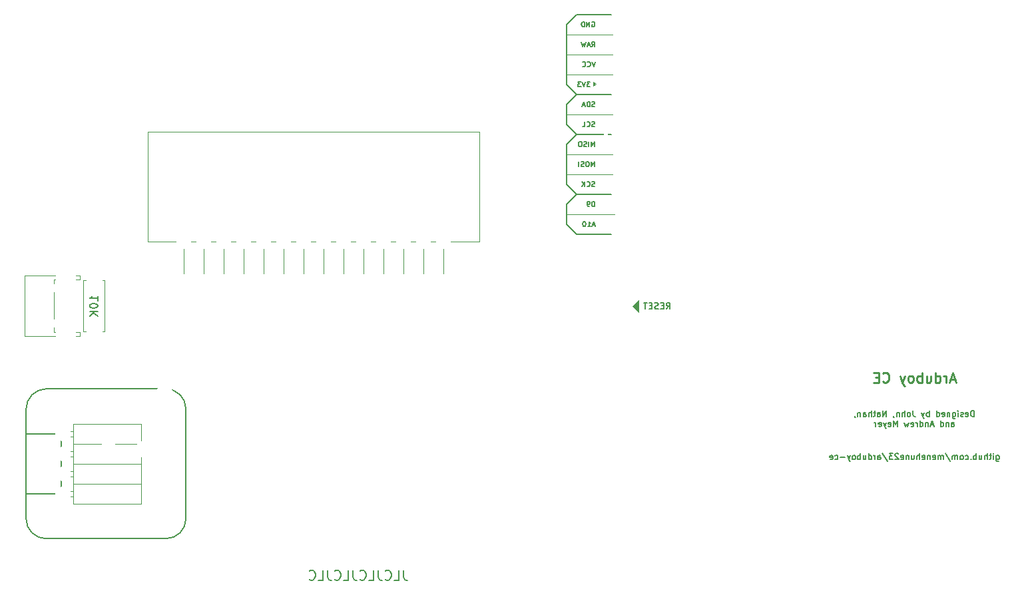
<source format=gbr>
G04 #@! TF.GenerationSoftware,KiCad,Pcbnew,(5.1.9-0-10_14)*
G04 #@! TF.CreationDate,2021-03-07T20:02:12-08:00*
G04 #@! TF.ProjectId,system,73797374-656d-42e6-9b69-6361645f7063,1.0-dev4*
G04 #@! TF.SameCoordinates,Original*
G04 #@! TF.FileFunction,Legend,Bot*
G04 #@! TF.FilePolarity,Positive*
%FSLAX46Y46*%
G04 Gerber Fmt 4.6, Leading zero omitted, Abs format (unit mm)*
G04 Created by KiCad (PCBNEW (5.1.9-0-10_14)) date 2021-03-07 20:02:12*
%MOMM*%
%LPD*%
G01*
G04 APERTURE LIST*
%ADD10C,0.200000*%
%ADD11C,0.254000*%
%ADD12C,0.127000*%
%ADD13C,0.150000*%
%ADD14C,0.100000*%
%ADD15C,0.120000*%
%ADD16O,1.801600X1.801600*%
%ADD17C,1.801600*%
%ADD18C,1.851600*%
%ADD19C,2.101600*%
%ADD20C,3.851600*%
%ADD21C,1.401600*%
%ADD22C,0.609600*%
%ADD23C,5.501599*%
%ADD24C,5.501600*%
%ADD25C,1.701600*%
%ADD26O,1.701600X1.701600*%
%ADD27C,1.625600*%
%ADD28C,2.201600*%
%ADD29C,1.621600*%
G04 APERTURE END LIST*
D10*
X151107238Y-151715476D02*
X151107238Y-152608333D01*
X151166761Y-152786904D01*
X151285809Y-152905952D01*
X151464380Y-152965476D01*
X151583428Y-152965476D01*
X149916761Y-152965476D02*
X150512000Y-152965476D01*
X150512000Y-151715476D01*
X148785809Y-152846428D02*
X148845333Y-152905952D01*
X149023904Y-152965476D01*
X149142952Y-152965476D01*
X149321523Y-152905952D01*
X149440571Y-152786904D01*
X149500095Y-152667857D01*
X149559619Y-152429761D01*
X149559619Y-152251190D01*
X149500095Y-152013095D01*
X149440571Y-151894047D01*
X149321523Y-151775000D01*
X149142952Y-151715476D01*
X149023904Y-151715476D01*
X148845333Y-151775000D01*
X148785809Y-151834523D01*
X147892952Y-151715476D02*
X147892952Y-152608333D01*
X147952476Y-152786904D01*
X148071523Y-152905952D01*
X148250095Y-152965476D01*
X148369142Y-152965476D01*
X146702476Y-152965476D02*
X147297714Y-152965476D01*
X147297714Y-151715476D01*
X145571523Y-152846428D02*
X145631047Y-152905952D01*
X145809619Y-152965476D01*
X145928666Y-152965476D01*
X146107238Y-152905952D01*
X146226285Y-152786904D01*
X146285809Y-152667857D01*
X146345333Y-152429761D01*
X146345333Y-152251190D01*
X146285809Y-152013095D01*
X146226285Y-151894047D01*
X146107238Y-151775000D01*
X145928666Y-151715476D01*
X145809619Y-151715476D01*
X145631047Y-151775000D01*
X145571523Y-151834523D01*
X144678666Y-151715476D02*
X144678666Y-152608333D01*
X144738190Y-152786904D01*
X144857238Y-152905952D01*
X145035809Y-152965476D01*
X145154857Y-152965476D01*
X143488190Y-152965476D02*
X144083428Y-152965476D01*
X144083428Y-151715476D01*
X142357238Y-152846428D02*
X142416761Y-152905952D01*
X142595333Y-152965476D01*
X142714380Y-152965476D01*
X142892952Y-152905952D01*
X143012000Y-152786904D01*
X143071523Y-152667857D01*
X143131047Y-152429761D01*
X143131047Y-152251190D01*
X143071523Y-152013095D01*
X143012000Y-151894047D01*
X142892952Y-151775000D01*
X142714380Y-151715476D01*
X142595333Y-151715476D01*
X142416761Y-151775000D01*
X142357238Y-151834523D01*
X141464380Y-151715476D02*
X141464380Y-152608333D01*
X141523904Y-152786904D01*
X141642952Y-152905952D01*
X141821523Y-152965476D01*
X141940571Y-152965476D01*
X140273904Y-152965476D02*
X140869142Y-152965476D01*
X140869142Y-151715476D01*
X139142952Y-152846428D02*
X139202476Y-152905952D01*
X139381047Y-152965476D01*
X139500095Y-152965476D01*
X139678666Y-152905952D01*
X139797714Y-152786904D01*
X139857238Y-152667857D01*
X139916761Y-152429761D01*
X139916761Y-152251190D01*
X139857238Y-152013095D01*
X139797714Y-151894047D01*
X139678666Y-151775000D01*
X139500095Y-151715476D01*
X139381047Y-151715476D01*
X139202476Y-151775000D01*
X139142952Y-151834523D01*
D11*
X221261214Y-127465666D02*
X220656452Y-127465666D01*
X221382166Y-127828523D02*
X220958833Y-126558523D01*
X220535500Y-127828523D01*
X220112166Y-127828523D02*
X220112166Y-126981857D01*
X220112166Y-127223761D02*
X220051690Y-127102809D01*
X219991214Y-127042333D01*
X219870261Y-126981857D01*
X219749309Y-126981857D01*
X218781690Y-127828523D02*
X218781690Y-126558523D01*
X218781690Y-127768047D02*
X218902642Y-127828523D01*
X219144547Y-127828523D01*
X219265500Y-127768047D01*
X219325976Y-127707571D01*
X219386452Y-127586619D01*
X219386452Y-127223761D01*
X219325976Y-127102809D01*
X219265500Y-127042333D01*
X219144547Y-126981857D01*
X218902642Y-126981857D01*
X218781690Y-127042333D01*
X217632642Y-126981857D02*
X217632642Y-127828523D01*
X218176928Y-126981857D02*
X218176928Y-127647095D01*
X218116452Y-127768047D01*
X217995500Y-127828523D01*
X217814071Y-127828523D01*
X217693119Y-127768047D01*
X217632642Y-127707571D01*
X217027880Y-127828523D02*
X217027880Y-126558523D01*
X217027880Y-127042333D02*
X216906928Y-126981857D01*
X216665023Y-126981857D01*
X216544071Y-127042333D01*
X216483595Y-127102809D01*
X216423119Y-127223761D01*
X216423119Y-127586619D01*
X216483595Y-127707571D01*
X216544071Y-127768047D01*
X216665023Y-127828523D01*
X216906928Y-127828523D01*
X217027880Y-127768047D01*
X215697404Y-127828523D02*
X215818357Y-127768047D01*
X215878833Y-127707571D01*
X215939309Y-127586619D01*
X215939309Y-127223761D01*
X215878833Y-127102809D01*
X215818357Y-127042333D01*
X215697404Y-126981857D01*
X215515976Y-126981857D01*
X215395023Y-127042333D01*
X215334547Y-127102809D01*
X215274071Y-127223761D01*
X215274071Y-127586619D01*
X215334547Y-127707571D01*
X215395023Y-127768047D01*
X215515976Y-127828523D01*
X215697404Y-127828523D01*
X214850738Y-126981857D02*
X214548357Y-127828523D01*
X214245976Y-126981857D02*
X214548357Y-127828523D01*
X214669309Y-128130904D01*
X214729785Y-128191380D01*
X214850738Y-128251857D01*
X212068833Y-127707571D02*
X212129309Y-127768047D01*
X212310738Y-127828523D01*
X212431690Y-127828523D01*
X212613119Y-127768047D01*
X212734071Y-127647095D01*
X212794547Y-127526142D01*
X212855023Y-127284238D01*
X212855023Y-127102809D01*
X212794547Y-126860904D01*
X212734071Y-126739952D01*
X212613119Y-126619000D01*
X212431690Y-126558523D01*
X212310738Y-126558523D01*
X212129309Y-126619000D01*
X212068833Y-126679476D01*
X211524547Y-127163285D02*
X211101214Y-127163285D01*
X210919785Y-127828523D02*
X211524547Y-127828523D01*
X211524547Y-126558523D01*
X210919785Y-126558523D01*
D12*
X223656071Y-132170714D02*
X223656071Y-131408714D01*
X223474642Y-131408714D01*
X223365785Y-131445000D01*
X223293214Y-131517571D01*
X223256928Y-131590142D01*
X223220642Y-131735285D01*
X223220642Y-131844142D01*
X223256928Y-131989285D01*
X223293214Y-132061857D01*
X223365785Y-132134428D01*
X223474642Y-132170714D01*
X223656071Y-132170714D01*
X222603785Y-132134428D02*
X222676357Y-132170714D01*
X222821500Y-132170714D01*
X222894071Y-132134428D01*
X222930357Y-132061857D01*
X222930357Y-131771571D01*
X222894071Y-131699000D01*
X222821500Y-131662714D01*
X222676357Y-131662714D01*
X222603785Y-131699000D01*
X222567500Y-131771571D01*
X222567500Y-131844142D01*
X222930357Y-131916714D01*
X222277214Y-132134428D02*
X222204642Y-132170714D01*
X222059500Y-132170714D01*
X221986928Y-132134428D01*
X221950642Y-132061857D01*
X221950642Y-132025571D01*
X221986928Y-131953000D01*
X222059500Y-131916714D01*
X222168357Y-131916714D01*
X222240928Y-131880428D01*
X222277214Y-131807857D01*
X222277214Y-131771571D01*
X222240928Y-131699000D01*
X222168357Y-131662714D01*
X222059500Y-131662714D01*
X221986928Y-131699000D01*
X221624071Y-132170714D02*
X221624071Y-131662714D01*
X221624071Y-131408714D02*
X221660357Y-131445000D01*
X221624071Y-131481285D01*
X221587785Y-131445000D01*
X221624071Y-131408714D01*
X221624071Y-131481285D01*
X220934642Y-131662714D02*
X220934642Y-132279571D01*
X220970928Y-132352142D01*
X221007214Y-132388428D01*
X221079785Y-132424714D01*
X221188642Y-132424714D01*
X221261214Y-132388428D01*
X220934642Y-132134428D02*
X221007214Y-132170714D01*
X221152357Y-132170714D01*
X221224928Y-132134428D01*
X221261214Y-132098142D01*
X221297500Y-132025571D01*
X221297500Y-131807857D01*
X221261214Y-131735285D01*
X221224928Y-131699000D01*
X221152357Y-131662714D01*
X221007214Y-131662714D01*
X220934642Y-131699000D01*
X220571785Y-131662714D02*
X220571785Y-132170714D01*
X220571785Y-131735285D02*
X220535500Y-131699000D01*
X220462928Y-131662714D01*
X220354071Y-131662714D01*
X220281500Y-131699000D01*
X220245214Y-131771571D01*
X220245214Y-132170714D01*
X219592071Y-132134428D02*
X219664642Y-132170714D01*
X219809785Y-132170714D01*
X219882357Y-132134428D01*
X219918642Y-132061857D01*
X219918642Y-131771571D01*
X219882357Y-131699000D01*
X219809785Y-131662714D01*
X219664642Y-131662714D01*
X219592071Y-131699000D01*
X219555785Y-131771571D01*
X219555785Y-131844142D01*
X219918642Y-131916714D01*
X218902642Y-132170714D02*
X218902642Y-131408714D01*
X218902642Y-132134428D02*
X218975214Y-132170714D01*
X219120357Y-132170714D01*
X219192928Y-132134428D01*
X219229214Y-132098142D01*
X219265500Y-132025571D01*
X219265500Y-131807857D01*
X219229214Y-131735285D01*
X219192928Y-131699000D01*
X219120357Y-131662714D01*
X218975214Y-131662714D01*
X218902642Y-131699000D01*
X217959214Y-132170714D02*
X217959214Y-131408714D01*
X217959214Y-131699000D02*
X217886642Y-131662714D01*
X217741500Y-131662714D01*
X217668928Y-131699000D01*
X217632642Y-131735285D01*
X217596357Y-131807857D01*
X217596357Y-132025571D01*
X217632642Y-132098142D01*
X217668928Y-132134428D01*
X217741500Y-132170714D01*
X217886642Y-132170714D01*
X217959214Y-132134428D01*
X217342357Y-131662714D02*
X217160928Y-132170714D01*
X216979500Y-131662714D02*
X217160928Y-132170714D01*
X217233500Y-132352142D01*
X217269785Y-132388428D01*
X217342357Y-132424714D01*
X215890928Y-131408714D02*
X215890928Y-131953000D01*
X215927214Y-132061857D01*
X215999785Y-132134428D01*
X216108642Y-132170714D01*
X216181214Y-132170714D01*
X215419214Y-132170714D02*
X215491785Y-132134428D01*
X215528071Y-132098142D01*
X215564357Y-132025571D01*
X215564357Y-131807857D01*
X215528071Y-131735285D01*
X215491785Y-131699000D01*
X215419214Y-131662714D01*
X215310357Y-131662714D01*
X215237785Y-131699000D01*
X215201500Y-131735285D01*
X215165214Y-131807857D01*
X215165214Y-132025571D01*
X215201500Y-132098142D01*
X215237785Y-132134428D01*
X215310357Y-132170714D01*
X215419214Y-132170714D01*
X214838642Y-132170714D02*
X214838642Y-131408714D01*
X214512071Y-132170714D02*
X214512071Y-131771571D01*
X214548357Y-131699000D01*
X214620928Y-131662714D01*
X214729785Y-131662714D01*
X214802357Y-131699000D01*
X214838642Y-131735285D01*
X214149214Y-131662714D02*
X214149214Y-132170714D01*
X214149214Y-131735285D02*
X214112928Y-131699000D01*
X214040357Y-131662714D01*
X213931500Y-131662714D01*
X213858928Y-131699000D01*
X213822642Y-131771571D01*
X213822642Y-132170714D01*
X213423500Y-132134428D02*
X213423500Y-132170714D01*
X213459785Y-132243285D01*
X213496071Y-132279571D01*
X212516357Y-132170714D02*
X212516357Y-131408714D01*
X212080928Y-132170714D01*
X212080928Y-131408714D01*
X211391500Y-132170714D02*
X211391500Y-131771571D01*
X211427785Y-131699000D01*
X211500357Y-131662714D01*
X211645500Y-131662714D01*
X211718071Y-131699000D01*
X211391500Y-132134428D02*
X211464071Y-132170714D01*
X211645500Y-132170714D01*
X211718071Y-132134428D01*
X211754357Y-132061857D01*
X211754357Y-131989285D01*
X211718071Y-131916714D01*
X211645500Y-131880428D01*
X211464071Y-131880428D01*
X211391500Y-131844142D01*
X211137500Y-131662714D02*
X210847214Y-131662714D01*
X211028642Y-131408714D02*
X211028642Y-132061857D01*
X210992357Y-132134428D01*
X210919785Y-132170714D01*
X210847214Y-132170714D01*
X210593214Y-132170714D02*
X210593214Y-131408714D01*
X210266642Y-132170714D02*
X210266642Y-131771571D01*
X210302928Y-131699000D01*
X210375500Y-131662714D01*
X210484357Y-131662714D01*
X210556928Y-131699000D01*
X210593214Y-131735285D01*
X209577214Y-132170714D02*
X209577214Y-131771571D01*
X209613500Y-131699000D01*
X209686071Y-131662714D01*
X209831214Y-131662714D01*
X209903785Y-131699000D01*
X209577214Y-132134428D02*
X209649785Y-132170714D01*
X209831214Y-132170714D01*
X209903785Y-132134428D01*
X209940071Y-132061857D01*
X209940071Y-131989285D01*
X209903785Y-131916714D01*
X209831214Y-131880428D01*
X209649785Y-131880428D01*
X209577214Y-131844142D01*
X209214357Y-131662714D02*
X209214357Y-132170714D01*
X209214357Y-131735285D02*
X209178071Y-131699000D01*
X209105500Y-131662714D01*
X208996642Y-131662714D01*
X208924071Y-131699000D01*
X208887785Y-131771571D01*
X208887785Y-132170714D01*
X208488642Y-132134428D02*
X208488642Y-132170714D01*
X208524928Y-132243285D01*
X208561214Y-132279571D01*
X220789500Y-133440714D02*
X220789500Y-133041571D01*
X220825785Y-132969000D01*
X220898357Y-132932714D01*
X221043500Y-132932714D01*
X221116071Y-132969000D01*
X220789500Y-133404428D02*
X220862071Y-133440714D01*
X221043500Y-133440714D01*
X221116071Y-133404428D01*
X221152357Y-133331857D01*
X221152357Y-133259285D01*
X221116071Y-133186714D01*
X221043500Y-133150428D01*
X220862071Y-133150428D01*
X220789500Y-133114142D01*
X220426642Y-132932714D02*
X220426642Y-133440714D01*
X220426642Y-133005285D02*
X220390357Y-132969000D01*
X220317785Y-132932714D01*
X220208928Y-132932714D01*
X220136357Y-132969000D01*
X220100071Y-133041571D01*
X220100071Y-133440714D01*
X219410642Y-133440714D02*
X219410642Y-132678714D01*
X219410642Y-133404428D02*
X219483214Y-133440714D01*
X219628357Y-133440714D01*
X219700928Y-133404428D01*
X219737214Y-133368142D01*
X219773500Y-133295571D01*
X219773500Y-133077857D01*
X219737214Y-133005285D01*
X219700928Y-132969000D01*
X219628357Y-132932714D01*
X219483214Y-132932714D01*
X219410642Y-132969000D01*
X218503500Y-133223000D02*
X218140642Y-133223000D01*
X218576071Y-133440714D02*
X218322071Y-132678714D01*
X218068071Y-133440714D01*
X217814071Y-132932714D02*
X217814071Y-133440714D01*
X217814071Y-133005285D02*
X217777785Y-132969000D01*
X217705214Y-132932714D01*
X217596357Y-132932714D01*
X217523785Y-132969000D01*
X217487500Y-133041571D01*
X217487500Y-133440714D01*
X216798071Y-133440714D02*
X216798071Y-132678714D01*
X216798071Y-133404428D02*
X216870642Y-133440714D01*
X217015785Y-133440714D01*
X217088357Y-133404428D01*
X217124642Y-133368142D01*
X217160928Y-133295571D01*
X217160928Y-133077857D01*
X217124642Y-133005285D01*
X217088357Y-132969000D01*
X217015785Y-132932714D01*
X216870642Y-132932714D01*
X216798071Y-132969000D01*
X216435214Y-133440714D02*
X216435214Y-132932714D01*
X216435214Y-133077857D02*
X216398928Y-133005285D01*
X216362642Y-132969000D01*
X216290071Y-132932714D01*
X216217500Y-132932714D01*
X215673214Y-133404428D02*
X215745785Y-133440714D01*
X215890928Y-133440714D01*
X215963500Y-133404428D01*
X215999785Y-133331857D01*
X215999785Y-133041571D01*
X215963500Y-132969000D01*
X215890928Y-132932714D01*
X215745785Y-132932714D01*
X215673214Y-132969000D01*
X215636928Y-133041571D01*
X215636928Y-133114142D01*
X215999785Y-133186714D01*
X215382928Y-132932714D02*
X215237785Y-133440714D01*
X215092642Y-133077857D01*
X214947500Y-133440714D01*
X214802357Y-132932714D01*
X213931500Y-133440714D02*
X213931500Y-132678714D01*
X213677500Y-133223000D01*
X213423500Y-132678714D01*
X213423500Y-133440714D01*
X212770357Y-133404428D02*
X212842928Y-133440714D01*
X212988071Y-133440714D01*
X213060642Y-133404428D01*
X213096928Y-133331857D01*
X213096928Y-133041571D01*
X213060642Y-132969000D01*
X212988071Y-132932714D01*
X212842928Y-132932714D01*
X212770357Y-132969000D01*
X212734071Y-133041571D01*
X212734071Y-133114142D01*
X213096928Y-133186714D01*
X212480071Y-132932714D02*
X212298642Y-133440714D01*
X212117214Y-132932714D02*
X212298642Y-133440714D01*
X212371214Y-133622142D01*
X212407500Y-133658428D01*
X212480071Y-133694714D01*
X211536642Y-133404428D02*
X211609214Y-133440714D01*
X211754357Y-133440714D01*
X211826928Y-133404428D01*
X211863214Y-133331857D01*
X211863214Y-133041571D01*
X211826928Y-132969000D01*
X211754357Y-132932714D01*
X211609214Y-132932714D01*
X211536642Y-132969000D01*
X211500357Y-133041571D01*
X211500357Y-133114142D01*
X211863214Y-133186714D01*
X211173785Y-133440714D02*
X211173785Y-132932714D01*
X211173785Y-133077857D02*
X211137500Y-133005285D01*
X211101214Y-132969000D01*
X211028642Y-132932714D01*
X210956071Y-132932714D01*
X226486357Y-137123714D02*
X226486357Y-137740571D01*
X226522642Y-137813142D01*
X226558928Y-137849428D01*
X226631500Y-137885714D01*
X226740357Y-137885714D01*
X226812928Y-137849428D01*
X226486357Y-137595428D02*
X226558928Y-137631714D01*
X226704071Y-137631714D01*
X226776642Y-137595428D01*
X226812928Y-137559142D01*
X226849214Y-137486571D01*
X226849214Y-137268857D01*
X226812928Y-137196285D01*
X226776642Y-137160000D01*
X226704071Y-137123714D01*
X226558928Y-137123714D01*
X226486357Y-137160000D01*
X226123500Y-137631714D02*
X226123500Y-137123714D01*
X226123500Y-136869714D02*
X226159785Y-136906000D01*
X226123500Y-136942285D01*
X226087214Y-136906000D01*
X226123500Y-136869714D01*
X226123500Y-136942285D01*
X225869500Y-137123714D02*
X225579214Y-137123714D01*
X225760642Y-136869714D02*
X225760642Y-137522857D01*
X225724357Y-137595428D01*
X225651785Y-137631714D01*
X225579214Y-137631714D01*
X225325214Y-137631714D02*
X225325214Y-136869714D01*
X224998642Y-137631714D02*
X224998642Y-137232571D01*
X225034928Y-137160000D01*
X225107500Y-137123714D01*
X225216357Y-137123714D01*
X225288928Y-137160000D01*
X225325214Y-137196285D01*
X224309214Y-137123714D02*
X224309214Y-137631714D01*
X224635785Y-137123714D02*
X224635785Y-137522857D01*
X224599500Y-137595428D01*
X224526928Y-137631714D01*
X224418071Y-137631714D01*
X224345500Y-137595428D01*
X224309214Y-137559142D01*
X223946357Y-137631714D02*
X223946357Y-136869714D01*
X223946357Y-137160000D02*
X223873785Y-137123714D01*
X223728642Y-137123714D01*
X223656071Y-137160000D01*
X223619785Y-137196285D01*
X223583500Y-137268857D01*
X223583500Y-137486571D01*
X223619785Y-137559142D01*
X223656071Y-137595428D01*
X223728642Y-137631714D01*
X223873785Y-137631714D01*
X223946357Y-137595428D01*
X223256928Y-137559142D02*
X223220642Y-137595428D01*
X223256928Y-137631714D01*
X223293214Y-137595428D01*
X223256928Y-137559142D01*
X223256928Y-137631714D01*
X222567500Y-137595428D02*
X222640071Y-137631714D01*
X222785214Y-137631714D01*
X222857785Y-137595428D01*
X222894071Y-137559142D01*
X222930357Y-137486571D01*
X222930357Y-137268857D01*
X222894071Y-137196285D01*
X222857785Y-137160000D01*
X222785214Y-137123714D01*
X222640071Y-137123714D01*
X222567500Y-137160000D01*
X222132071Y-137631714D02*
X222204642Y-137595428D01*
X222240928Y-137559142D01*
X222277214Y-137486571D01*
X222277214Y-137268857D01*
X222240928Y-137196285D01*
X222204642Y-137160000D01*
X222132071Y-137123714D01*
X222023214Y-137123714D01*
X221950642Y-137160000D01*
X221914357Y-137196285D01*
X221878071Y-137268857D01*
X221878071Y-137486571D01*
X221914357Y-137559142D01*
X221950642Y-137595428D01*
X222023214Y-137631714D01*
X222132071Y-137631714D01*
X221551500Y-137631714D02*
X221551500Y-137123714D01*
X221551500Y-137196285D02*
X221515214Y-137160000D01*
X221442642Y-137123714D01*
X221333785Y-137123714D01*
X221261214Y-137160000D01*
X221224928Y-137232571D01*
X221224928Y-137631714D01*
X221224928Y-137232571D02*
X221188642Y-137160000D01*
X221116071Y-137123714D01*
X221007214Y-137123714D01*
X220934642Y-137160000D01*
X220898357Y-137232571D01*
X220898357Y-137631714D01*
X219991214Y-136833428D02*
X220644357Y-137813142D01*
X219737214Y-137631714D02*
X219737214Y-137123714D01*
X219737214Y-137196285D02*
X219700928Y-137160000D01*
X219628357Y-137123714D01*
X219519500Y-137123714D01*
X219446928Y-137160000D01*
X219410642Y-137232571D01*
X219410642Y-137631714D01*
X219410642Y-137232571D02*
X219374357Y-137160000D01*
X219301785Y-137123714D01*
X219192928Y-137123714D01*
X219120357Y-137160000D01*
X219084071Y-137232571D01*
X219084071Y-137631714D01*
X218430928Y-137595428D02*
X218503500Y-137631714D01*
X218648642Y-137631714D01*
X218721214Y-137595428D01*
X218757500Y-137522857D01*
X218757500Y-137232571D01*
X218721214Y-137160000D01*
X218648642Y-137123714D01*
X218503500Y-137123714D01*
X218430928Y-137160000D01*
X218394642Y-137232571D01*
X218394642Y-137305142D01*
X218757500Y-137377714D01*
X218068071Y-137123714D02*
X218068071Y-137631714D01*
X218068071Y-137196285D02*
X218031785Y-137160000D01*
X217959214Y-137123714D01*
X217850357Y-137123714D01*
X217777785Y-137160000D01*
X217741500Y-137232571D01*
X217741500Y-137631714D01*
X217088357Y-137595428D02*
X217160928Y-137631714D01*
X217306071Y-137631714D01*
X217378642Y-137595428D01*
X217414928Y-137522857D01*
X217414928Y-137232571D01*
X217378642Y-137160000D01*
X217306071Y-137123714D01*
X217160928Y-137123714D01*
X217088357Y-137160000D01*
X217052071Y-137232571D01*
X217052071Y-137305142D01*
X217414928Y-137377714D01*
X216725500Y-137631714D02*
X216725500Y-136869714D01*
X216398928Y-137631714D02*
X216398928Y-137232571D01*
X216435214Y-137160000D01*
X216507785Y-137123714D01*
X216616642Y-137123714D01*
X216689214Y-137160000D01*
X216725500Y-137196285D01*
X215709500Y-137123714D02*
X215709500Y-137631714D01*
X216036071Y-137123714D02*
X216036071Y-137522857D01*
X215999785Y-137595428D01*
X215927214Y-137631714D01*
X215818357Y-137631714D01*
X215745785Y-137595428D01*
X215709500Y-137559142D01*
X215346642Y-137123714D02*
X215346642Y-137631714D01*
X215346642Y-137196285D02*
X215310357Y-137160000D01*
X215237785Y-137123714D01*
X215128928Y-137123714D01*
X215056357Y-137160000D01*
X215020071Y-137232571D01*
X215020071Y-137631714D01*
X214366928Y-137595428D02*
X214439500Y-137631714D01*
X214584642Y-137631714D01*
X214657214Y-137595428D01*
X214693500Y-137522857D01*
X214693500Y-137232571D01*
X214657214Y-137160000D01*
X214584642Y-137123714D01*
X214439500Y-137123714D01*
X214366928Y-137160000D01*
X214330642Y-137232571D01*
X214330642Y-137305142D01*
X214693500Y-137377714D01*
X214040357Y-136942285D02*
X214004071Y-136906000D01*
X213931500Y-136869714D01*
X213750071Y-136869714D01*
X213677500Y-136906000D01*
X213641214Y-136942285D01*
X213604928Y-137014857D01*
X213604928Y-137087428D01*
X213641214Y-137196285D01*
X214076642Y-137631714D01*
X213604928Y-137631714D01*
X213350928Y-136869714D02*
X212879214Y-136869714D01*
X213133214Y-137160000D01*
X213024357Y-137160000D01*
X212951785Y-137196285D01*
X212915500Y-137232571D01*
X212879214Y-137305142D01*
X212879214Y-137486571D01*
X212915500Y-137559142D01*
X212951785Y-137595428D01*
X213024357Y-137631714D01*
X213242071Y-137631714D01*
X213314642Y-137595428D01*
X213350928Y-137559142D01*
X212008357Y-136833428D02*
X212661500Y-137813142D01*
X211427785Y-137631714D02*
X211427785Y-137232571D01*
X211464071Y-137160000D01*
X211536642Y-137123714D01*
X211681785Y-137123714D01*
X211754357Y-137160000D01*
X211427785Y-137595428D02*
X211500357Y-137631714D01*
X211681785Y-137631714D01*
X211754357Y-137595428D01*
X211790642Y-137522857D01*
X211790642Y-137450285D01*
X211754357Y-137377714D01*
X211681785Y-137341428D01*
X211500357Y-137341428D01*
X211427785Y-137305142D01*
X211064928Y-137631714D02*
X211064928Y-137123714D01*
X211064928Y-137268857D02*
X211028642Y-137196285D01*
X210992357Y-137160000D01*
X210919785Y-137123714D01*
X210847214Y-137123714D01*
X210266642Y-137631714D02*
X210266642Y-136869714D01*
X210266642Y-137595428D02*
X210339214Y-137631714D01*
X210484357Y-137631714D01*
X210556928Y-137595428D01*
X210593214Y-137559142D01*
X210629500Y-137486571D01*
X210629500Y-137268857D01*
X210593214Y-137196285D01*
X210556928Y-137160000D01*
X210484357Y-137123714D01*
X210339214Y-137123714D01*
X210266642Y-137160000D01*
X209577214Y-137123714D02*
X209577214Y-137631714D01*
X209903785Y-137123714D02*
X209903785Y-137522857D01*
X209867500Y-137595428D01*
X209794928Y-137631714D01*
X209686071Y-137631714D01*
X209613500Y-137595428D01*
X209577214Y-137559142D01*
X209214357Y-137631714D02*
X209214357Y-136869714D01*
X209214357Y-137160000D02*
X209141785Y-137123714D01*
X208996642Y-137123714D01*
X208924071Y-137160000D01*
X208887785Y-137196285D01*
X208851500Y-137268857D01*
X208851500Y-137486571D01*
X208887785Y-137559142D01*
X208924071Y-137595428D01*
X208996642Y-137631714D01*
X209141785Y-137631714D01*
X209214357Y-137595428D01*
X208416071Y-137631714D02*
X208488642Y-137595428D01*
X208524928Y-137559142D01*
X208561214Y-137486571D01*
X208561214Y-137268857D01*
X208524928Y-137196285D01*
X208488642Y-137160000D01*
X208416071Y-137123714D01*
X208307214Y-137123714D01*
X208234642Y-137160000D01*
X208198357Y-137196285D01*
X208162071Y-137268857D01*
X208162071Y-137486571D01*
X208198357Y-137559142D01*
X208234642Y-137595428D01*
X208307214Y-137631714D01*
X208416071Y-137631714D01*
X207908071Y-137123714D02*
X207726642Y-137631714D01*
X207545214Y-137123714D02*
X207726642Y-137631714D01*
X207799214Y-137813142D01*
X207835500Y-137849428D01*
X207908071Y-137885714D01*
X207254928Y-137341428D02*
X206674357Y-137341428D01*
X205984928Y-137595428D02*
X206057500Y-137631714D01*
X206202642Y-137631714D01*
X206275214Y-137595428D01*
X206311500Y-137559142D01*
X206347785Y-137486571D01*
X206347785Y-137268857D01*
X206311500Y-137196285D01*
X206275214Y-137160000D01*
X206202642Y-137123714D01*
X206057500Y-137123714D01*
X205984928Y-137160000D01*
X205368071Y-137595428D02*
X205440642Y-137631714D01*
X205585785Y-137631714D01*
X205658357Y-137595428D01*
X205694642Y-137522857D01*
X205694642Y-137232571D01*
X205658357Y-137160000D01*
X205585785Y-137123714D01*
X205440642Y-137123714D01*
X205368071Y-137160000D01*
X205331785Y-137232571D01*
X205331785Y-137305142D01*
X205694642Y-137377714D01*
D13*
X184551928Y-118471904D02*
X184818595Y-118090952D01*
X185009071Y-118471904D02*
X185009071Y-117671904D01*
X184704309Y-117671904D01*
X184628119Y-117710000D01*
X184590023Y-117748095D01*
X184551928Y-117824285D01*
X184551928Y-117938571D01*
X184590023Y-118014761D01*
X184628119Y-118052857D01*
X184704309Y-118090952D01*
X185009071Y-118090952D01*
X184209071Y-118052857D02*
X183942404Y-118052857D01*
X183828119Y-118471904D02*
X184209071Y-118471904D01*
X184209071Y-117671904D01*
X183828119Y-117671904D01*
X183523357Y-118433809D02*
X183409071Y-118471904D01*
X183218595Y-118471904D01*
X183142404Y-118433809D01*
X183104309Y-118395714D01*
X183066214Y-118319523D01*
X183066214Y-118243333D01*
X183104309Y-118167142D01*
X183142404Y-118129047D01*
X183218595Y-118090952D01*
X183370976Y-118052857D01*
X183447166Y-118014761D01*
X183485261Y-117976666D01*
X183523357Y-117900476D01*
X183523357Y-117824285D01*
X183485261Y-117748095D01*
X183447166Y-117710000D01*
X183370976Y-117671904D01*
X183180500Y-117671904D01*
X183066214Y-117710000D01*
X182723357Y-118052857D02*
X182456690Y-118052857D01*
X182342404Y-118471904D02*
X182723357Y-118471904D01*
X182723357Y-117671904D01*
X182342404Y-117671904D01*
X182113833Y-117671904D02*
X181656690Y-117671904D01*
X181885261Y-118471904D02*
X181885261Y-117671904D01*
D14*
G36*
X181038500Y-118872000D02*
G01*
X180276500Y-118110000D01*
X181038500Y-117348000D01*
X181038500Y-118872000D01*
G37*
X181038500Y-118872000D02*
X180276500Y-118110000D01*
X181038500Y-117348000D01*
X181038500Y-118872000D01*
D15*
X117786000Y-135636000D02*
X109156000Y-135636000D01*
X109156000Y-134726000D02*
X108806000Y-134726000D01*
X109156000Y-134006000D02*
X108806000Y-134006000D01*
X109156000Y-136546000D02*
X108806000Y-136546000D01*
X109156000Y-137266000D02*
X108806000Y-137266000D01*
X117786000Y-133096000D02*
X109156000Y-133096000D01*
X109150000Y-143256000D02*
X109150000Y-133096000D01*
X117786000Y-138176000D02*
X109156000Y-138176000D01*
X117786000Y-140716000D02*
X109156000Y-140716000D01*
X117786000Y-143256000D02*
X109156000Y-143256000D01*
X109156000Y-139086000D02*
X108746000Y-139086000D01*
X109156000Y-139806000D02*
X108746000Y-139806000D01*
X109156000Y-141626000D02*
X108746000Y-141626000D01*
X109156000Y-142346000D02*
X108746000Y-142346000D01*
X117786000Y-143256000D02*
X117786000Y-133096000D01*
D14*
G36*
X175260000Y-90106500D02*
G01*
X175577500Y-89852500D01*
X175260000Y-89598500D01*
X175260000Y-90106500D01*
G37*
X175260000Y-90106500D02*
X175577500Y-89852500D01*
X175260000Y-89598500D01*
X175260000Y-90106500D01*
D13*
X173101000Y-81026000D02*
X177546000Y-81026000D01*
X171831000Y-89916000D02*
X171831000Y-82296000D01*
X173101000Y-81026000D02*
X171831000Y-82296000D01*
X173101000Y-108966000D02*
X171831000Y-107696000D01*
X173101000Y-103886000D02*
X171831000Y-105156000D01*
X173101000Y-103886000D02*
X177546000Y-103886000D01*
D14*
X171831000Y-86106000D02*
X177673000Y-86106000D01*
X171831000Y-88646000D02*
X177673000Y-88646000D01*
X171831000Y-93726000D02*
X177673000Y-93726000D01*
X171831000Y-98806000D02*
X177673000Y-98806000D01*
X171831000Y-101346000D02*
X177673000Y-101346000D01*
X171831000Y-106426000D02*
X177927000Y-106426000D01*
D13*
X173101000Y-91186000D02*
X171831000Y-89916000D01*
X173101000Y-91186000D02*
X171831000Y-92456000D01*
X171831000Y-94996000D02*
X171831000Y-92456000D01*
X173101000Y-91186000D02*
X177546000Y-91186000D01*
X173101000Y-96266000D02*
X171831000Y-94996000D01*
X173101000Y-96266000D02*
X177546000Y-96266000D01*
X173101000Y-96266000D02*
X171831000Y-97536000D01*
X173101000Y-103886000D02*
X171831000Y-102616000D01*
X171831000Y-102616000D02*
X171831000Y-97536000D01*
X171831000Y-107696000D02*
X171831000Y-105156000D01*
X173101000Y-108966000D02*
X177546000Y-108966000D01*
D14*
X171831000Y-83566000D02*
X177673000Y-83566000D01*
D15*
X160780000Y-95920000D02*
X118620000Y-95920000D01*
X118620000Y-109920000D02*
X118620000Y-95920000D01*
X123190000Y-115000000D02*
X123190000Y-109920000D01*
X125730000Y-115000000D02*
X125730000Y-109920000D01*
X128270000Y-115000000D02*
X128270000Y-109920000D01*
X130810000Y-115000000D02*
X130810000Y-109920000D01*
X133350000Y-115000000D02*
X133350000Y-109920000D01*
X135890000Y-115000000D02*
X135890000Y-109920000D01*
X138430000Y-115000000D02*
X138430000Y-109920000D01*
X140970000Y-115000000D02*
X140970000Y-109920000D01*
X143510000Y-115000000D02*
X143510000Y-109920000D01*
X146050000Y-115000000D02*
X146050000Y-109920000D01*
X148590000Y-115000000D02*
X148590000Y-109920000D01*
X151130000Y-115000000D02*
X151130000Y-109920000D01*
X153670000Y-115000000D02*
X153670000Y-109920000D01*
X156210000Y-115000000D02*
X156210000Y-109920000D01*
X160780000Y-109920000D02*
X118620000Y-109920000D01*
X160780000Y-109920000D02*
X160780000Y-95920000D01*
X113130000Y-121380000D02*
X112800000Y-121380000D01*
X113130000Y-114840000D02*
X113130000Y-121380000D01*
X112800000Y-114840000D02*
X113130000Y-114840000D01*
X110390000Y-121380000D02*
X110720000Y-121380000D01*
X110390000Y-114840000D02*
X110390000Y-121380000D01*
X110720000Y-114840000D02*
X110390000Y-114840000D01*
X106634000Y-116374000D02*
X106634000Y-119774000D01*
X106634000Y-114734000D02*
X106634000Y-115274000D01*
X109464000Y-121934000D02*
X109974000Y-121934000D01*
X109974000Y-121414000D02*
X109974000Y-121934000D01*
X109464000Y-121414000D02*
X109974000Y-121414000D01*
X106634000Y-120874000D02*
X106634000Y-121414000D01*
X109464000Y-114214000D02*
X109974000Y-114214000D01*
X109464000Y-114734000D02*
X109974000Y-114734000D01*
X106634000Y-121414000D02*
X106864000Y-121414000D01*
X102964000Y-114214000D02*
X106864000Y-114214000D01*
X109974000Y-114214000D02*
X109974000Y-114734000D01*
X102964000Y-121934000D02*
X106864000Y-121934000D01*
X102964000Y-114214000D02*
X102964000Y-121934000D01*
X106634000Y-114734000D02*
X106864000Y-114734000D01*
D13*
X107569000Y-134366000D02*
X103124000Y-134366000D01*
X107569000Y-141986000D02*
X107569000Y-134366000D01*
X103124000Y-141986000D02*
X107569000Y-141986000D01*
X120904000Y-147701000D02*
X105664000Y-147701000D01*
X120904000Y-128651000D02*
X105664000Y-128651000D01*
X103124000Y-145161000D02*
X103124000Y-131191000D01*
X123444000Y-145161000D02*
X123444000Y-131191000D01*
X120904000Y-147701000D02*
G75*
G03*
X123444000Y-145161000I0J2540000D01*
G01*
X103124000Y-145161000D02*
G75*
G03*
X105664000Y-147701000I2540000J0D01*
G01*
X105664000Y-128651000D02*
G75*
G03*
X103124000Y-131191000I0J-2540000D01*
G01*
X123444000Y-131191000D02*
G75*
G03*
X120904000Y-128651000I-2540000J0D01*
G01*
D12*
X175044402Y-85123261D02*
X175256069Y-84820880D01*
X175407259Y-85123261D02*
X175407259Y-84488261D01*
X175165354Y-84488261D01*
X175104878Y-84518500D01*
X175074640Y-84548738D01*
X175044402Y-84609214D01*
X175044402Y-84699928D01*
X175074640Y-84760404D01*
X175104878Y-84790642D01*
X175165354Y-84820880D01*
X175407259Y-84820880D01*
X174802497Y-84941833D02*
X174500116Y-84941833D01*
X174862973Y-85123261D02*
X174651307Y-84488261D01*
X174439640Y-85123261D01*
X174288450Y-84488261D02*
X174137259Y-85123261D01*
X174016307Y-84669690D01*
X173895354Y-85123261D01*
X173744164Y-84488261D01*
X175437497Y-107801833D02*
X175135116Y-107801833D01*
X175497973Y-107983261D02*
X175286307Y-107348261D01*
X175074640Y-107983261D01*
X174530354Y-107983261D02*
X174893211Y-107983261D01*
X174711783Y-107983261D02*
X174711783Y-107348261D01*
X174772259Y-107438976D01*
X174832735Y-107499452D01*
X174893211Y-107529690D01*
X174137259Y-107348261D02*
X174076783Y-107348261D01*
X174016307Y-107378500D01*
X173986069Y-107408738D01*
X173955830Y-107469214D01*
X173925592Y-107590166D01*
X173925592Y-107741357D01*
X173955830Y-107862309D01*
X173986069Y-107922785D01*
X174016307Y-107953023D01*
X174076783Y-107983261D01*
X174137259Y-107983261D01*
X174197735Y-107953023D01*
X174227973Y-107922785D01*
X174258211Y-107862309D01*
X174288450Y-107741357D01*
X174288450Y-107590166D01*
X174258211Y-107469214D01*
X174227973Y-107408738D01*
X174197735Y-107378500D01*
X174137259Y-107348261D01*
X175407259Y-105443261D02*
X175407259Y-104808261D01*
X175256069Y-104808261D01*
X175165354Y-104838500D01*
X175104878Y-104898976D01*
X175074640Y-104959452D01*
X175044402Y-105080404D01*
X175044402Y-105171119D01*
X175074640Y-105292071D01*
X175104878Y-105352547D01*
X175165354Y-105413023D01*
X175256069Y-105443261D01*
X175407259Y-105443261D01*
X174742021Y-105443261D02*
X174621069Y-105443261D01*
X174560592Y-105413023D01*
X174530354Y-105382785D01*
X174469878Y-105292071D01*
X174439640Y-105171119D01*
X174439640Y-104929214D01*
X174469878Y-104868738D01*
X174500116Y-104838500D01*
X174560592Y-104808261D01*
X174681545Y-104808261D01*
X174742021Y-104838500D01*
X174772259Y-104868738D01*
X174802497Y-104929214D01*
X174802497Y-105080404D01*
X174772259Y-105140880D01*
X174742021Y-105171119D01*
X174681545Y-105201357D01*
X174560592Y-105201357D01*
X174500116Y-105171119D01*
X174469878Y-105140880D01*
X174439640Y-105080404D01*
X175437497Y-95253023D02*
X175346783Y-95283261D01*
X175195592Y-95283261D01*
X175135116Y-95253023D01*
X175104878Y-95222785D01*
X175074640Y-95162309D01*
X175074640Y-95101833D01*
X175104878Y-95041357D01*
X175135116Y-95011119D01*
X175195592Y-94980880D01*
X175316545Y-94950642D01*
X175377021Y-94920404D01*
X175407259Y-94890166D01*
X175437497Y-94829690D01*
X175437497Y-94769214D01*
X175407259Y-94708738D01*
X175377021Y-94678500D01*
X175316545Y-94648261D01*
X175165354Y-94648261D01*
X175074640Y-94678500D01*
X174439640Y-95222785D02*
X174469878Y-95253023D01*
X174560592Y-95283261D01*
X174621069Y-95283261D01*
X174711783Y-95253023D01*
X174772259Y-95192547D01*
X174802497Y-95132071D01*
X174832735Y-95011119D01*
X174832735Y-94920404D01*
X174802497Y-94799452D01*
X174772259Y-94738976D01*
X174711783Y-94678500D01*
X174621069Y-94648261D01*
X174560592Y-94648261D01*
X174469878Y-94678500D01*
X174439640Y-94708738D01*
X173865116Y-95283261D02*
X174167497Y-95283261D01*
X174167497Y-94648261D01*
X175407259Y-97823261D02*
X175407259Y-97188261D01*
X175195592Y-97641833D01*
X174983926Y-97188261D01*
X174983926Y-97823261D01*
X174681545Y-97823261D02*
X174681545Y-97188261D01*
X174409402Y-97793023D02*
X174318688Y-97823261D01*
X174167497Y-97823261D01*
X174107021Y-97793023D01*
X174076783Y-97762785D01*
X174046545Y-97702309D01*
X174046545Y-97641833D01*
X174076783Y-97581357D01*
X174107021Y-97551119D01*
X174167497Y-97520880D01*
X174288450Y-97490642D01*
X174348926Y-97460404D01*
X174379164Y-97430166D01*
X174409402Y-97369690D01*
X174409402Y-97309214D01*
X174379164Y-97248738D01*
X174348926Y-97218500D01*
X174288450Y-97188261D01*
X174137259Y-97188261D01*
X174046545Y-97218500D01*
X173653450Y-97188261D02*
X173532497Y-97188261D01*
X173472021Y-97218500D01*
X173411545Y-97278976D01*
X173381307Y-97399928D01*
X173381307Y-97611595D01*
X173411545Y-97732547D01*
X173472021Y-97793023D01*
X173532497Y-97823261D01*
X173653450Y-97823261D01*
X173713926Y-97793023D01*
X173774402Y-97732547D01*
X173804640Y-97611595D01*
X173804640Y-97399928D01*
X173774402Y-97278976D01*
X173713926Y-97218500D01*
X173653450Y-97188261D01*
X175437497Y-102873023D02*
X175346783Y-102903261D01*
X175195592Y-102903261D01*
X175135116Y-102873023D01*
X175104878Y-102842785D01*
X175074640Y-102782309D01*
X175074640Y-102721833D01*
X175104878Y-102661357D01*
X175135116Y-102631119D01*
X175195592Y-102600880D01*
X175316545Y-102570642D01*
X175377021Y-102540404D01*
X175407259Y-102510166D01*
X175437497Y-102449690D01*
X175437497Y-102389214D01*
X175407259Y-102328738D01*
X175377021Y-102298500D01*
X175316545Y-102268261D01*
X175165354Y-102268261D01*
X175074640Y-102298500D01*
X174439640Y-102842785D02*
X174469878Y-102873023D01*
X174560592Y-102903261D01*
X174621069Y-102903261D01*
X174711783Y-102873023D01*
X174772259Y-102812547D01*
X174802497Y-102752071D01*
X174832735Y-102631119D01*
X174832735Y-102540404D01*
X174802497Y-102419452D01*
X174772259Y-102358976D01*
X174711783Y-102298500D01*
X174621069Y-102268261D01*
X174560592Y-102268261D01*
X174469878Y-102298500D01*
X174439640Y-102328738D01*
X174167497Y-102903261D02*
X174167497Y-102268261D01*
X173804640Y-102903261D02*
X174076783Y-102540404D01*
X173804640Y-102268261D02*
X174167497Y-102631119D01*
X175497973Y-87028261D02*
X175286307Y-87663261D01*
X175074640Y-87028261D01*
X174500116Y-87602785D02*
X174530354Y-87633023D01*
X174621069Y-87663261D01*
X174681545Y-87663261D01*
X174772259Y-87633023D01*
X174832735Y-87572547D01*
X174862973Y-87512071D01*
X174893211Y-87391119D01*
X174893211Y-87300404D01*
X174862973Y-87179452D01*
X174832735Y-87118976D01*
X174772259Y-87058500D01*
X174681545Y-87028261D01*
X174621069Y-87028261D01*
X174530354Y-87058500D01*
X174500116Y-87088738D01*
X173865116Y-87602785D02*
X173895354Y-87633023D01*
X173986069Y-87663261D01*
X174046545Y-87663261D01*
X174137259Y-87633023D01*
X174197735Y-87572547D01*
X174227973Y-87512071D01*
X174258211Y-87391119D01*
X174258211Y-87300404D01*
X174227973Y-87179452D01*
X174197735Y-87118976D01*
X174137259Y-87058500D01*
X174046545Y-87028261D01*
X173986069Y-87028261D01*
X173895354Y-87058500D01*
X173865116Y-87088738D01*
X175407259Y-100363261D02*
X175407259Y-99728261D01*
X175195592Y-100181833D01*
X174983926Y-99728261D01*
X174983926Y-100363261D01*
X174560592Y-99728261D02*
X174439640Y-99728261D01*
X174379164Y-99758500D01*
X174318688Y-99818976D01*
X174288450Y-99939928D01*
X174288450Y-100151595D01*
X174318688Y-100272547D01*
X174379164Y-100333023D01*
X174439640Y-100363261D01*
X174560592Y-100363261D01*
X174621069Y-100333023D01*
X174681545Y-100272547D01*
X174711783Y-100151595D01*
X174711783Y-99939928D01*
X174681545Y-99818976D01*
X174621069Y-99758500D01*
X174560592Y-99728261D01*
X174046545Y-100333023D02*
X173955830Y-100363261D01*
X173804640Y-100363261D01*
X173744164Y-100333023D01*
X173713926Y-100302785D01*
X173683688Y-100242309D01*
X173683688Y-100181833D01*
X173713926Y-100121357D01*
X173744164Y-100091119D01*
X173804640Y-100060880D01*
X173925592Y-100030642D01*
X173986069Y-100000404D01*
X174016307Y-99970166D01*
X174046545Y-99909690D01*
X174046545Y-99849214D01*
X174016307Y-99788738D01*
X173986069Y-99758500D01*
X173925592Y-99728261D01*
X173774402Y-99728261D01*
X173683688Y-99758500D01*
X173411545Y-100363261D02*
X173411545Y-99728261D01*
X175437497Y-92713023D02*
X175346783Y-92743261D01*
X175195592Y-92743261D01*
X175135116Y-92713023D01*
X175104878Y-92682785D01*
X175074640Y-92622309D01*
X175074640Y-92561833D01*
X175104878Y-92501357D01*
X175135116Y-92471119D01*
X175195592Y-92440880D01*
X175316545Y-92410642D01*
X175377021Y-92380404D01*
X175407259Y-92350166D01*
X175437497Y-92289690D01*
X175437497Y-92229214D01*
X175407259Y-92168738D01*
X175377021Y-92138500D01*
X175316545Y-92108261D01*
X175165354Y-92108261D01*
X175074640Y-92138500D01*
X174802497Y-92743261D02*
X174802497Y-92108261D01*
X174651307Y-92108261D01*
X174560592Y-92138500D01*
X174500116Y-92198976D01*
X174469878Y-92259452D01*
X174439640Y-92380404D01*
X174439640Y-92471119D01*
X174469878Y-92592071D01*
X174500116Y-92652547D01*
X174560592Y-92713023D01*
X174651307Y-92743261D01*
X174802497Y-92743261D01*
X174197735Y-92561833D02*
X173895354Y-92561833D01*
X174258211Y-92743261D02*
X174046545Y-92108261D01*
X173834878Y-92743261D01*
X174832735Y-89568261D02*
X174439640Y-89568261D01*
X174651307Y-89810166D01*
X174560592Y-89810166D01*
X174500116Y-89840404D01*
X174469878Y-89870642D01*
X174439640Y-89931119D01*
X174439640Y-90082309D01*
X174469878Y-90142785D01*
X174500116Y-90173023D01*
X174560592Y-90203261D01*
X174742021Y-90203261D01*
X174802497Y-90173023D01*
X174832735Y-90142785D01*
X174258211Y-89568261D02*
X174046545Y-90203261D01*
X173834878Y-89568261D01*
X173683688Y-89568261D02*
X173290592Y-89568261D01*
X173502259Y-89810166D01*
X173411545Y-89810166D01*
X173351069Y-89840404D01*
X173320830Y-89870642D01*
X173290592Y-89931119D01*
X173290592Y-90082309D01*
X173320830Y-90142785D01*
X173351069Y-90173023D01*
X173411545Y-90203261D01*
X173592973Y-90203261D01*
X173653450Y-90173023D01*
X173683688Y-90142785D01*
X175074640Y-81978500D02*
X175135116Y-81948261D01*
X175225830Y-81948261D01*
X175316545Y-81978500D01*
X175377021Y-82038976D01*
X175407259Y-82099452D01*
X175437497Y-82220404D01*
X175437497Y-82311119D01*
X175407259Y-82432071D01*
X175377021Y-82492547D01*
X175316545Y-82553023D01*
X175225830Y-82583261D01*
X175165354Y-82583261D01*
X175074640Y-82553023D01*
X175044402Y-82522785D01*
X175044402Y-82311119D01*
X175165354Y-82311119D01*
X174772259Y-82583261D02*
X174772259Y-81948261D01*
X174409402Y-82583261D01*
X174409402Y-81948261D01*
X174107021Y-82583261D02*
X174107021Y-81948261D01*
X173955830Y-81948261D01*
X173865116Y-81978500D01*
X173804640Y-82038976D01*
X173774402Y-82099452D01*
X173744164Y-82220404D01*
X173744164Y-82311119D01*
X173774402Y-82432071D01*
X173804640Y-82492547D01*
X173865116Y-82553023D01*
X173955830Y-82583261D01*
X174107021Y-82583261D01*
D13*
X112212380Y-117419523D02*
X112212380Y-116848095D01*
X112212380Y-117133809D02*
X111212380Y-117133809D01*
X111355238Y-117038571D01*
X111450476Y-116943333D01*
X111498095Y-116848095D01*
X111212380Y-118038571D02*
X111212380Y-118133809D01*
X111260000Y-118229047D01*
X111307619Y-118276666D01*
X111402857Y-118324285D01*
X111593333Y-118371904D01*
X111831428Y-118371904D01*
X112021904Y-118324285D01*
X112117142Y-118276666D01*
X112164761Y-118229047D01*
X112212380Y-118133809D01*
X112212380Y-118038571D01*
X112164761Y-117943333D01*
X112117142Y-117895714D01*
X112021904Y-117848095D01*
X111831428Y-117800476D01*
X111593333Y-117800476D01*
X111402857Y-117848095D01*
X111307619Y-117895714D01*
X111260000Y-117943333D01*
X111212380Y-118038571D01*
X112212380Y-118800476D02*
X111212380Y-118800476D01*
X112212380Y-119371904D02*
X111640952Y-118943333D01*
X111212380Y-119371904D02*
X111783809Y-118800476D01*
%LPC*%
D14*
G36*
X182753000Y-138684000D02*
G01*
X181356000Y-138430000D01*
X180594000Y-135763000D01*
X182753000Y-138684000D01*
G37*
X182753000Y-138684000D02*
X181356000Y-138430000D01*
X180594000Y-135763000D01*
X182753000Y-138684000D01*
G36*
X181737000Y-138176000D02*
G01*
X182499000Y-140843000D01*
X180340000Y-137922000D01*
X181737000Y-138176000D01*
G37*
X181737000Y-138176000D02*
X182499000Y-140843000D01*
X180340000Y-137922000D01*
X181737000Y-138176000D01*
D16*
X107696000Y-136906000D03*
X107696000Y-134366000D03*
X107696000Y-139446000D03*
X107696000Y-141986000D03*
X166116000Y-84836000D03*
X166116000Y-100076000D03*
X166116000Y-107696000D03*
X166116000Y-102616000D03*
X166116000Y-105156000D03*
X166116000Y-82296000D03*
D17*
X166116000Y-97536000D03*
D16*
X166116000Y-87376000D03*
X166116000Y-89916000D03*
X166116000Y-92456000D03*
D17*
X166116000Y-94996000D03*
D18*
X156210000Y-109920000D03*
X153670000Y-109920000D03*
X151130000Y-109920000D03*
X148590000Y-109920000D03*
X146050000Y-109920000D03*
X143510000Y-109920000D03*
X140970000Y-109920000D03*
X138430000Y-109920000D03*
X135890000Y-109920000D03*
X133350000Y-109920000D03*
X130810000Y-109920000D03*
X128270000Y-109920000D03*
X125730000Y-109920000D03*
X123190000Y-109920000D03*
X123190000Y-115000000D03*
X125730000Y-115000000D03*
X128270000Y-115000000D03*
X130810000Y-115000000D03*
X133350000Y-115000000D03*
X135890000Y-115000000D03*
X156210000Y-115000000D03*
X153670000Y-115000000D03*
X151130000Y-115000000D03*
X148590000Y-115000000D03*
X146050000Y-115000000D03*
X143510000Y-115000000D03*
X138430000Y-115000000D03*
X140970000Y-115000000D03*
D17*
X106200000Y-102616000D03*
X106200000Y-100076000D03*
X106200000Y-97536000D03*
X106200000Y-94996000D03*
X106200000Y-92456000D03*
X106200000Y-89916000D03*
X106200000Y-87376000D03*
D19*
X153852000Y-138303000D03*
X149352000Y-138303000D03*
X153852000Y-131803000D03*
X149352000Y-131803000D03*
X163631000Y-133350000D03*
X159131000Y-133350000D03*
X163631000Y-126850000D03*
X159131000Y-126850000D03*
X125186000Y-129234000D03*
X120686000Y-129234000D03*
X125186000Y-122734000D03*
X120686000Y-122734000D03*
X120686000Y-136958000D03*
X125186000Y-136958000D03*
X120686000Y-143458000D03*
X125186000Y-143458000D03*
X118074000Y-136346000D03*
X113574000Y-136346000D03*
X118074000Y-129846000D03*
X113574000Y-129846000D03*
X127798000Y-129846000D03*
X132298000Y-129846000D03*
X127798000Y-136346000D03*
X132298000Y-136346000D03*
D20*
X249999500Y-70104000D03*
X232854500Y-151130000D03*
X182181500Y-70104000D03*
X182181500Y-151130000D03*
D21*
X170434000Y-121920000D03*
X170434000Y-124460000D03*
X170434000Y-119380000D03*
D20*
X97218500Y-70104000D03*
X80073500Y-151130000D03*
X29400500Y-70104000D03*
X29400500Y-151130000D03*
D22*
X178911000Y-131318000D03*
X178911000Y-130429000D03*
X178911000Y-132207000D03*
X176879000Y-130429000D03*
X176879000Y-131318000D03*
X176879000Y-132207000D03*
X176879000Y-97028000D03*
X176879000Y-96139000D03*
X176879000Y-95250000D03*
X178911000Y-97028000D03*
X178911000Y-95250000D03*
X178911000Y-96139000D03*
X100489000Y-96139000D03*
X100489000Y-97028000D03*
X100489000Y-95250000D03*
X102521000Y-97028000D03*
X102521000Y-96139000D03*
X102521000Y-95250000D03*
X102521000Y-130429000D03*
X102521000Y-131318000D03*
X102521000Y-132207000D03*
X100489000Y-130429000D03*
X100489000Y-132207000D03*
X100489000Y-131318000D03*
D23*
X105791000Y-151130000D03*
X105791000Y-70104000D03*
X156464000Y-151130000D03*
D24*
X173609000Y-70104000D03*
D18*
X172426000Y-140208000D03*
X167426000Y-140208000D03*
D25*
X134493000Y-119888000D03*
X134493000Y-122388000D03*
X144907000Y-119928000D03*
X144907000Y-122428000D03*
G36*
G01*
X142585646Y-149467144D02*
X142585646Y-149467144D01*
G75*
G02*
X142223833Y-150614669I-754669J-392856D01*
G01*
X142223833Y-150614669D01*
G75*
G02*
X141076308Y-150252856I-392856J754669D01*
G01*
X141076308Y-150252856D01*
G75*
G02*
X141438121Y-149105331I754669J392856D01*
G01*
X141438121Y-149105331D01*
G75*
G02*
X142585646Y-149467144I392856J-754669D01*
G01*
G37*
G36*
G01*
X148975270Y-145239011D02*
X149714068Y-146658229D01*
G75*
G02*
X149692465Y-146726746I-45060J-23457D01*
G01*
X148273247Y-147465544D01*
G75*
G02*
X148204730Y-147443941I-23457J45060D01*
G01*
X147465932Y-146024723D01*
G75*
G02*
X147487535Y-145956206I45060J23457D01*
G01*
X148906753Y-145217408D01*
G75*
G02*
X148975270Y-145239011I23457J-45060D01*
G01*
G37*
G36*
G01*
X137954293Y-145239011D02*
X138693091Y-146658229D01*
G75*
G02*
X138671488Y-146726746I-45060J-23457D01*
G01*
X137252270Y-147465544D01*
G75*
G02*
X137183753Y-147443941I-23457J45060D01*
G01*
X136444955Y-146024723D01*
G75*
G02*
X136466558Y-145956206I45060J23457D01*
G01*
X137885776Y-145217408D01*
G75*
G02*
X137954293Y-145239011I23457J-45060D01*
G01*
G37*
G36*
G01*
X131564669Y-149467144D02*
X131564669Y-149467144D01*
G75*
G02*
X131202856Y-150614669I-754669J-392856D01*
G01*
X131202856Y-150614669D01*
G75*
G02*
X130055331Y-150252856I-392856J754669D01*
G01*
X130055331Y-150252856D01*
G75*
G02*
X130417144Y-149105331I754669J392856D01*
G01*
X130417144Y-149105331D01*
G75*
G02*
X131564669Y-149467144I392856J-754669D01*
G01*
G37*
X111760000Y-114300000D03*
D26*
X111760000Y-121920000D03*
D27*
X110794800Y-70104000D03*
X113284000Y-70104000D03*
X115773200Y-70104000D03*
D28*
X108154000Y-121584000D03*
D18*
X105664000Y-120324000D03*
X105664000Y-115824000D03*
D28*
X108154000Y-114574000D03*
D17*
X114554000Y-145161000D03*
X112014000Y-145161000D03*
X117094000Y-145161000D03*
X109474000Y-145161000D03*
D29*
X137160000Y-121412000D03*
X142240000Y-121412000D03*
X139700000Y-121412000D03*
M02*

</source>
